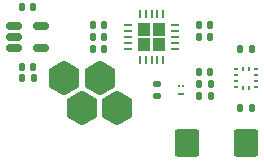
<source format=gbp>
%TF.GenerationSoftware,KiCad,Pcbnew,7.0.2*%
%TF.CreationDate,2024-01-23T17:52:43-06:00*%
%TF.ProjectId,imu-harvester,696d752d-6861-4727-9665-737465722e6b,rev?*%
%TF.SameCoordinates,Original*%
%TF.FileFunction,Paste,Bot*%
%TF.FilePolarity,Positive*%
%FSLAX46Y46*%
G04 Gerber Fmt 4.6, Leading zero omitted, Abs format (unit mm)*
G04 Created by KiCad (PCBNEW 7.0.2) date 2024-01-23 17:52:43*
%MOMM*%
%LPD*%
G01*
G04 APERTURE LIST*
G04 Aperture macros list*
%AMRoundRect*
0 Rectangle with rounded corners*
0 $1 Rounding radius*
0 $2 $3 $4 $5 $6 $7 $8 $9 X,Y pos of 4 corners*
0 Add a 4 corners polygon primitive as box body*
4,1,4,$2,$3,$4,$5,$6,$7,$8,$9,$2,$3,0*
0 Add four circle primitives for the rounded corners*
1,1,$1+$1,$2,$3*
1,1,$1+$1,$4,$5*
1,1,$1+$1,$6,$7*
1,1,$1+$1,$8,$9*
0 Add four rect primitives between the rounded corners*
20,1,$1+$1,$2,$3,$4,$5,0*
20,1,$1+$1,$4,$5,$6,$7,0*
20,1,$1+$1,$6,$7,$8,$9,0*
20,1,$1+$1,$8,$9,$2,$3,0*%
%AMFreePoly0*
4,1,7,1.299000,0.750000,1.299000,-0.750000,0.000000,-1.500000,-1.299000,-0.750000,-1.299000,0.750000,0.000000,1.500000,1.299000,0.750000,1.299000,0.750000,$1*%
G04 Aperture macros list end*
%ADD10FreePoly0,180.000000*%
%ADD11R,0.150000X0.250000*%
%ADD12R,0.500000X0.250000*%
%ADD13RoundRect,0.135000X0.135000X0.185000X-0.135000X0.185000X-0.135000X-0.185000X0.135000X-0.185000X0*%
%ADD14RoundRect,0.140000X0.140000X0.170000X-0.140000X0.170000X-0.140000X-0.170000X0.140000X-0.170000X0*%
%ADD15RoundRect,0.140000X-0.140000X-0.170000X0.140000X-0.170000X0.140000X0.170000X-0.140000X0.170000X0*%
%ADD16RoundRect,0.150000X-0.512500X-0.150000X0.512500X-0.150000X0.512500X0.150000X-0.512500X0.150000X0*%
%ADD17RoundRect,0.250000X-0.787500X-0.925000X0.787500X-0.925000X0.787500X0.925000X-0.787500X0.925000X0*%
%ADD18R,0.249200X0.784800*%
%ADD19R,0.784800X0.249200*%
%ADD20R,0.410000X0.280000*%
%ADD21R,0.280000X0.410000*%
%ADD22RoundRect,0.140000X-0.170000X0.140000X-0.170000X-0.140000X0.170000X-0.140000X0.170000X0.140000X0*%
G04 APERTURE END LIST*
G36*
X192400000Y-52675000D02*
G01*
X191325000Y-52675000D01*
X191325000Y-51600000D01*
X192400000Y-51600000D01*
X192400000Y-52675000D01*
G37*
G36*
X193675000Y-52675000D02*
G01*
X192600000Y-52675000D01*
X192600000Y-51600000D01*
X193675000Y-51600000D01*
X193675000Y-52675000D01*
G37*
G36*
X192400000Y-51400000D02*
G01*
X191325000Y-51400000D01*
X191325000Y-50325000D01*
X192400000Y-50325000D01*
X192400000Y-51400000D01*
G37*
G36*
X193675000Y-51400000D02*
G01*
X192600000Y-51400000D01*
X192600000Y-50325000D01*
X193675000Y-50325000D01*
X193675000Y-51400000D01*
G37*
D10*
X188100000Y-55000000D03*
X185100000Y-55000000D03*
D11*
X194825000Y-55675000D03*
X195175000Y-55675000D03*
D12*
X195000000Y-56325000D03*
D13*
X197510000Y-55500000D03*
X196490000Y-55500000D03*
D14*
X200980000Y-57500000D03*
X200020000Y-57500000D03*
X197480000Y-50500000D03*
X196520000Y-50500000D03*
X197480000Y-54500000D03*
X196520000Y-54500000D03*
X200980000Y-52500000D03*
X200020000Y-52500000D03*
D15*
X187520000Y-50500000D03*
X188480000Y-50500000D03*
D16*
X180862500Y-52450000D03*
X180862500Y-51500000D03*
X180862500Y-50550000D03*
X183137500Y-50550000D03*
X183137500Y-52450000D03*
D14*
X197480000Y-51500000D03*
X196520000Y-51500000D03*
D17*
X195537500Y-60500000D03*
X200462500Y-60500000D03*
D10*
X186600000Y-57500000D03*
D18*
X193500001Y-53462399D03*
X192999999Y-53462399D03*
X192500000Y-53462399D03*
X192000001Y-53462399D03*
X191499999Y-53462399D03*
D19*
X190537601Y-52500001D03*
X190537601Y-51999999D03*
X190537601Y-51500000D03*
X190537601Y-51000001D03*
X190537601Y-50499999D03*
D18*
X191499999Y-49537601D03*
X192000001Y-49537601D03*
X192500000Y-49537601D03*
X192999999Y-49537601D03*
X193500001Y-49537601D03*
D19*
X194462399Y-50499999D03*
X194462399Y-51000001D03*
X194462399Y-51500000D03*
X194462399Y-51999999D03*
X194462399Y-52500001D03*
D14*
X188480000Y-52500000D03*
X187520000Y-52500000D03*
X182480000Y-49000000D03*
X181520000Y-49000000D03*
D20*
X201315000Y-54250000D03*
X201315000Y-54750000D03*
X201315000Y-55250000D03*
X201315000Y-55750000D03*
D21*
X200750000Y-55815000D03*
X200250000Y-55815000D03*
D20*
X199685000Y-55750000D03*
X199685000Y-55250000D03*
X199685000Y-54750000D03*
X199685000Y-54250000D03*
D21*
X200250000Y-54185000D03*
X200750000Y-54185000D03*
D13*
X182510000Y-55000000D03*
X181490000Y-55000000D03*
X197510000Y-56500000D03*
X196490000Y-56500000D03*
D10*
X189600000Y-57500000D03*
D15*
X187520000Y-51500000D03*
X188480000Y-51500000D03*
D22*
X193000000Y-55520000D03*
X193000000Y-56480000D03*
D14*
X182480000Y-54000000D03*
X181520000Y-54000000D03*
M02*

</source>
